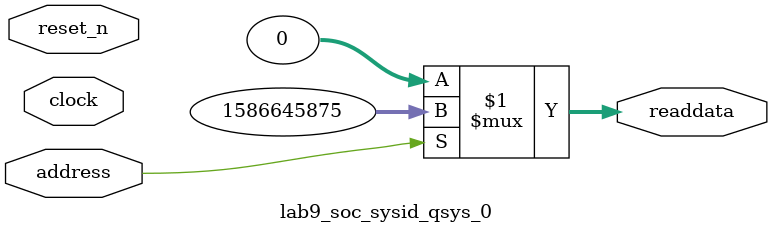
<source format=v>



// synthesis translate_off
`timescale 1ns / 1ps
// synthesis translate_on

// turn off superfluous verilog processor warnings 
// altera message_level Level1 
// altera message_off 10034 10035 10036 10037 10230 10240 10030 

module lab9_soc_sysid_qsys_0 (
               // inputs:
                address,
                clock,
                reset_n,

               // outputs:
                readdata
             )
;

  output  [ 31: 0] readdata;
  input            address;
  input            clock;
  input            reset_n;

  wire    [ 31: 0] readdata;
  //control_slave, which is an e_avalon_slave
  assign readdata = address ? 1586645875 : 0;

endmodule



</source>
